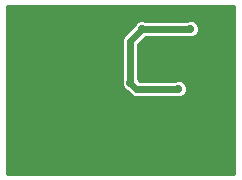
<source format=gbl>
G75*
%MOIN*%
%OFA0B0*%
%FSLAX25Y25*%
%IPPOS*%
%LPD*%
%AMOC8*
5,1,8,0,0,1.08239X$1,22.5*
%
%ADD10C,0.02775*%
%ADD11C,0.02400*%
%ADD12C,0.01000*%
D10*
X0011600Y0013290D03*
X0021600Y0013290D03*
X0031600Y0013290D03*
X0041600Y0013290D03*
X0051600Y0013290D03*
X0061600Y0013290D03*
X0071600Y0013290D03*
X0069100Y0030790D03*
X0074100Y0030790D03*
X0060100Y0038290D03*
X0051600Y0042290D03*
X0056100Y0047790D03*
X0044100Y0040290D03*
X0048100Y0058290D03*
X0051600Y0063290D03*
X0041600Y0063290D03*
X0031600Y0063290D03*
X0021600Y0063290D03*
X0011600Y0063290D03*
X0011600Y0045790D03*
X0011600Y0030790D03*
X0061600Y0063290D03*
X0064100Y0058290D03*
X0071600Y0063290D03*
X0074100Y0055790D03*
X0074100Y0045790D03*
D11*
X0060100Y0038290D02*
X0046100Y0038290D01*
X0044100Y0040290D01*
X0044100Y0054290D01*
X0048100Y0058290D01*
X0064100Y0058290D01*
D12*
X0003100Y0065845D02*
X0003100Y0009790D01*
X0078840Y0009790D01*
X0078840Y0065845D01*
X0003100Y0065845D01*
X0003100Y0065205D02*
X0078840Y0065205D01*
X0078840Y0064207D02*
X0003100Y0064207D01*
X0003100Y0063208D02*
X0078840Y0063208D01*
X0078840Y0062210D02*
X0003100Y0062210D01*
X0003100Y0061211D02*
X0078840Y0061211D01*
X0078840Y0060213D02*
X0066261Y0060213D01*
X0066548Y0059926D02*
X0065736Y0060738D01*
X0064674Y0061178D01*
X0063526Y0061178D01*
X0063073Y0060990D01*
X0049127Y0060990D01*
X0048674Y0061178D01*
X0047526Y0061178D01*
X0046464Y0060738D01*
X0045652Y0059926D01*
X0045465Y0059473D01*
X0041811Y0055820D01*
X0041400Y0054827D01*
X0041400Y0041317D01*
X0041213Y0040865D01*
X0041213Y0039716D01*
X0041652Y0038655D01*
X0042464Y0037842D01*
X0042917Y0037655D01*
X0043811Y0036761D01*
X0044571Y0036001D01*
X0045563Y0035590D01*
X0059073Y0035590D01*
X0059526Y0035403D01*
X0060674Y0035403D01*
X0061736Y0035842D01*
X0062548Y0036655D01*
X0062987Y0037716D01*
X0062987Y0038865D01*
X0062548Y0039926D01*
X0061736Y0040738D01*
X0060674Y0041178D01*
X0059526Y0041178D01*
X0059073Y0040990D01*
X0047218Y0040990D01*
X0046800Y0041409D01*
X0046800Y0053172D01*
X0049218Y0055590D01*
X0063073Y0055590D01*
X0063526Y0055403D01*
X0064674Y0055403D01*
X0065736Y0055842D01*
X0066548Y0056655D01*
X0066987Y0057716D01*
X0066987Y0058865D01*
X0066548Y0059926D01*
X0066843Y0059214D02*
X0078840Y0059214D01*
X0078840Y0058216D02*
X0066987Y0058216D01*
X0066781Y0057217D02*
X0078840Y0057217D01*
X0078840Y0056219D02*
X0066112Y0056219D01*
X0078840Y0055220D02*
X0048848Y0055220D01*
X0047850Y0054222D02*
X0078840Y0054222D01*
X0078840Y0053223D02*
X0046851Y0053223D01*
X0046800Y0052225D02*
X0078840Y0052225D01*
X0078840Y0051226D02*
X0046800Y0051226D01*
X0046800Y0050228D02*
X0078840Y0050228D01*
X0078840Y0049229D02*
X0046800Y0049229D01*
X0046800Y0048231D02*
X0078840Y0048231D01*
X0078840Y0047232D02*
X0046800Y0047232D01*
X0046800Y0046234D02*
X0078840Y0046234D01*
X0078840Y0045235D02*
X0046800Y0045235D01*
X0046800Y0044237D02*
X0078840Y0044237D01*
X0078840Y0043238D02*
X0046800Y0043238D01*
X0046800Y0042240D02*
X0078840Y0042240D01*
X0078840Y0041241D02*
X0046967Y0041241D01*
X0042061Y0038246D02*
X0003100Y0038246D01*
X0003100Y0039244D02*
X0041408Y0039244D01*
X0041213Y0040243D02*
X0003100Y0040243D01*
X0003100Y0041241D02*
X0041369Y0041241D01*
X0041400Y0042240D02*
X0003100Y0042240D01*
X0003100Y0043238D02*
X0041400Y0043238D01*
X0041400Y0044237D02*
X0003100Y0044237D01*
X0003100Y0045235D02*
X0041400Y0045235D01*
X0041400Y0046234D02*
X0003100Y0046234D01*
X0003100Y0047232D02*
X0041400Y0047232D01*
X0041400Y0048231D02*
X0003100Y0048231D01*
X0003100Y0049229D02*
X0041400Y0049229D01*
X0041400Y0050228D02*
X0003100Y0050228D01*
X0003100Y0051226D02*
X0041400Y0051226D01*
X0041400Y0052225D02*
X0003100Y0052225D01*
X0003100Y0053223D02*
X0041400Y0053223D01*
X0041400Y0054222D02*
X0003100Y0054222D01*
X0003100Y0055220D02*
X0041563Y0055220D01*
X0042210Y0056219D02*
X0003100Y0056219D01*
X0003100Y0057217D02*
X0043209Y0057217D01*
X0044207Y0058216D02*
X0003100Y0058216D01*
X0003100Y0059214D02*
X0045206Y0059214D01*
X0045939Y0060213D02*
X0003100Y0060213D01*
X0003100Y0037247D02*
X0043325Y0037247D01*
X0044323Y0036249D02*
X0003100Y0036249D01*
X0003100Y0035250D02*
X0078840Y0035250D01*
X0078840Y0034252D02*
X0003100Y0034252D01*
X0003100Y0033253D02*
X0078840Y0033253D01*
X0078840Y0032255D02*
X0003100Y0032255D01*
X0003100Y0031256D02*
X0078840Y0031256D01*
X0078840Y0030258D02*
X0003100Y0030258D01*
X0003100Y0029259D02*
X0078840Y0029259D01*
X0078840Y0028260D02*
X0003100Y0028260D01*
X0003100Y0027262D02*
X0078840Y0027262D01*
X0078840Y0026263D02*
X0003100Y0026263D01*
X0003100Y0025265D02*
X0078840Y0025265D01*
X0078840Y0024266D02*
X0003100Y0024266D01*
X0003100Y0023268D02*
X0078840Y0023268D01*
X0078840Y0022269D02*
X0003100Y0022269D01*
X0003100Y0021271D02*
X0078840Y0021271D01*
X0078840Y0020272D02*
X0003100Y0020272D01*
X0003100Y0019274D02*
X0078840Y0019274D01*
X0078840Y0018275D02*
X0003100Y0018275D01*
X0003100Y0017277D02*
X0078840Y0017277D01*
X0078840Y0016278D02*
X0003100Y0016278D01*
X0003100Y0015280D02*
X0078840Y0015280D01*
X0078840Y0014281D02*
X0003100Y0014281D01*
X0003100Y0013283D02*
X0078840Y0013283D01*
X0078840Y0012284D02*
X0003100Y0012284D01*
X0003100Y0011286D02*
X0078840Y0011286D01*
X0078840Y0010287D02*
X0003100Y0010287D01*
X0062142Y0036249D02*
X0078840Y0036249D01*
X0078840Y0037247D02*
X0062793Y0037247D01*
X0062987Y0038246D02*
X0078840Y0038246D01*
X0078840Y0039244D02*
X0062830Y0039244D01*
X0062231Y0040243D02*
X0078840Y0040243D01*
M02*

</source>
